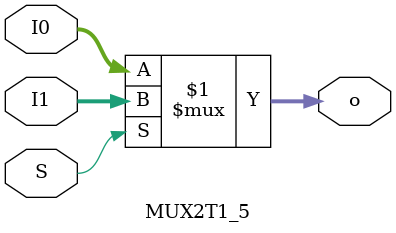
<source format=v>
`timescale 1ns / 1ps
module MUX2T1_5(
	input [4:0]I0,
	input [4:0]I1,
	output [4:0]o,
	input S
    );
	 
	assign o = S ? I1 : I0;

endmodule

</source>
